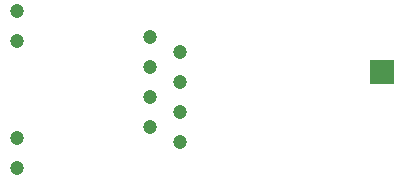
<source format=gbp>
G04 #@! TF.FileFunction,Paste,Bot*
%FSLAX46Y46*%
G04 Gerber Fmt 4.6, Leading zero omitted, Abs format (unit mm)*
G04 Created by KiCad (PCBNEW 4.0.6-e0-6349~53~ubuntu16.04.1) date Sat May 20 22:39:52 2017*
%MOMM*%
%LPD*%
G01*
G04 APERTURE LIST*
%ADD10C,0.150000*%
%ADD11R,1.999488X1.999488*%
%ADD12C,1.200000*%
G04 APERTURE END LIST*
D10*
D11*
X127010000Y-89430000D03*
D12*
X96100000Y-84275000D03*
X96100000Y-86815000D03*
X96100000Y-94985000D03*
X96100000Y-97525000D03*
X107350000Y-86460000D03*
X107350000Y-91530000D03*
X107350000Y-89000000D03*
X107350000Y-94070000D03*
X109890000Y-87720000D03*
X109890000Y-92800000D03*
X109890000Y-90260000D03*
X109890000Y-95340000D03*
M02*

</source>
